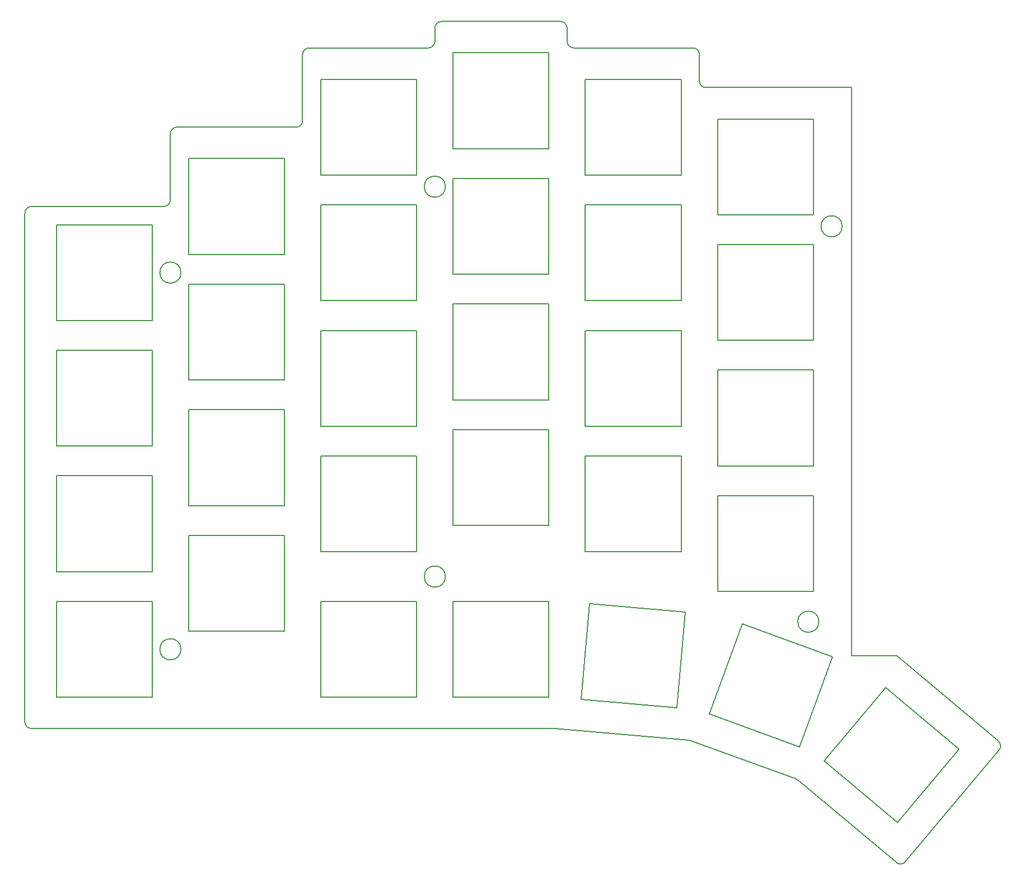
<source format=gbr>
%TF.GenerationSoftware,KiCad,Pcbnew,8.0.4*%
%TF.CreationDate,2024-08-10T13:50:24-06:00*%
%TF.ProjectId,spacer_plate,73706163-6572-45f7-906c-6174652e6b69,0.1*%
%TF.SameCoordinates,Original*%
%TF.FileFunction,Profile,NP*%
%FSLAX46Y46*%
G04 Gerber Fmt 4.6, Leading zero omitted, Abs format (unit mm)*
G04 Created by KiCad (PCBNEW 8.0.4) date 2024-08-10 13:50:24*
%MOMM*%
%LPD*%
G01*
G04 APERTURE LIST*
%TA.AperFunction,Profile*%
%ADD10C,0.150000*%
%TD*%
G04 APERTURE END LIST*
D10*
X29000000Y-132000000D02*
X108002355Y-132000000D01*
X28000000Y-131000000D02*
X28000000Y-54000000D01*
X29000000Y-53000000D02*
X49000000Y-53000000D01*
X51000000Y-41000000D02*
X69000000Y-41000000D01*
X50000000Y-52000000D02*
X50000000Y-42000000D01*
X71000000Y-29000000D02*
X89000000Y-29000000D01*
X70000000Y-40000000D02*
X70000000Y-30000000D01*
X91000000Y-25000000D02*
X109000000Y-25000000D01*
X110000000Y-26000000D02*
X110000000Y-28000000D01*
X90000000Y-28000000D02*
X90000000Y-26000000D01*
X111000000Y-29000000D02*
X129000000Y-29000000D01*
X130000000Y-30000000D02*
X130000000Y-34000000D01*
X131000000Y-35000000D02*
X153000000Y-35000000D01*
X108089511Y-132003805D02*
X128457048Y-133785734D01*
X128711912Y-133842236D02*
X144613458Y-139629925D01*
X159842371Y-121000000D02*
X175189257Y-133877566D01*
X161171186Y-152139376D02*
X175312514Y-135286398D01*
X144914226Y-139803574D02*
X159762354Y-152262633D01*
X29000000Y-132000000D02*
G75*
G02*
X28000000Y-131000000I0J1000000D01*
G01*
X28000000Y-54000000D02*
G75*
G02*
X29000000Y-53000000I1000000J0D01*
G01*
X50000000Y-52000000D02*
G75*
G02*
X49000000Y-53000000I-1000000J0D01*
G01*
X50000000Y-42000000D02*
G75*
G02*
X51000000Y-41000000I1000000J0D01*
G01*
X70000000Y-40000000D02*
G75*
G02*
X69000000Y-41000000I-1000000J0D01*
G01*
X70000000Y-30000000D02*
G75*
G02*
X71000000Y-29000000I1000000J0D01*
G01*
X90000000Y-28000000D02*
G75*
G02*
X89000000Y-29000000I-1000000J0D01*
G01*
X90000000Y-26000000D02*
G75*
G02*
X91000000Y-25000000I1000000J0D01*
G01*
X109000000Y-25000000D02*
G75*
G02*
X110000000Y-26000000I0J-1000000D01*
G01*
X111000000Y-29000000D02*
G75*
G02*
X110000000Y-28000000I0J1000000D01*
G01*
X129000000Y-29000000D02*
G75*
G02*
X130000000Y-30000000I0J-1000000D01*
G01*
X131000000Y-35000000D02*
G75*
G02*
X130000000Y-34000000I0J1000000D01*
G01*
X175189257Y-133877566D02*
G75*
G02*
X175312506Y-135286391I-642757J-766034D01*
G01*
X161171186Y-152139376D02*
G75*
G02*
X159762316Y-152262679I-766086J642776D01*
G01*
X144613458Y-139629925D02*
G75*
G02*
X144914217Y-139803585I-342058J-939675D01*
G01*
X128457048Y-133785734D02*
G75*
G02*
X128711914Y-133842230I-87148J-996266D01*
G01*
X108002355Y-132000000D02*
G75*
G02*
X108089511Y-132003809I-55J-1000400D01*
G01*
X51600000Y-120000000D02*
G75*
G02*
X48400000Y-120000000I-1600000J0D01*
G01*
X48400000Y-120000000D02*
G75*
G02*
X51600000Y-120000000I1600000J0D01*
G01*
X51600000Y-63000000D02*
G75*
G02*
X48400000Y-63000000I-1600000J0D01*
G01*
X48400000Y-63000000D02*
G75*
G02*
X51600000Y-63000000I1600000J0D01*
G01*
X91600000Y-109000000D02*
G75*
G02*
X88400000Y-109000000I-1600000J0D01*
G01*
X88400000Y-109000000D02*
G75*
G02*
X91600000Y-109000000I1600000J0D01*
G01*
X91600000Y-50000000D02*
G75*
G02*
X88400000Y-50000000I-1600000J0D01*
G01*
X88400000Y-50000000D02*
G75*
G02*
X91600000Y-50000000I1600000J0D01*
G01*
X148081999Y-115833930D02*
G75*
G02*
X144881999Y-115833930I-1600000J0D01*
G01*
X144881999Y-115833930D02*
G75*
G02*
X148081999Y-115833930I1600000J0D01*
G01*
X151600000Y-56000000D02*
G75*
G02*
X148400000Y-56000000I-1600000J0D01*
G01*
X148400000Y-56000000D02*
G75*
G02*
X151600000Y-56000000I1600000J0D01*
G01*
X153000000Y-121000000D02*
X159842371Y-121000000D01*
X153000000Y-35000000D02*
X153000000Y-121000000D01*
X32750000Y-127250000D02*
X47250000Y-127250000D01*
X47250000Y-127250000D02*
X47250000Y-112750000D01*
X47250000Y-112750000D02*
X32750000Y-112750000D01*
X32750000Y-112750000D02*
X32750000Y-127250000D01*
X32750000Y-108250000D02*
X47250000Y-108250000D01*
X47250000Y-108250000D02*
X47250000Y-93750000D01*
X47250000Y-93750000D02*
X32750000Y-93750000D01*
X32750000Y-93750000D02*
X32750000Y-108250000D01*
X32750000Y-89250000D02*
X47250000Y-89250000D01*
X47250000Y-89250000D02*
X47250000Y-74750000D01*
X47250000Y-74750000D02*
X32750000Y-74750000D01*
X32750000Y-74750000D02*
X32750000Y-89250000D01*
X32750000Y-70250000D02*
X47250000Y-70250000D01*
X47250000Y-70250000D02*
X47250000Y-55750000D01*
X47250000Y-55750000D02*
X32750000Y-55750000D01*
X32750000Y-55750000D02*
X32750000Y-70250000D01*
X52750000Y-117250000D02*
X67250000Y-117250000D01*
X67250000Y-117250000D02*
X67250000Y-102750000D01*
X67250000Y-102750000D02*
X52750000Y-102750000D01*
X52750000Y-102750000D02*
X52750000Y-117250000D01*
X52750000Y-98250000D02*
X67250000Y-98250000D01*
X67250000Y-98250000D02*
X67250000Y-83750000D01*
X67250000Y-83750000D02*
X52750000Y-83750000D01*
X52750000Y-83750000D02*
X52750000Y-98250000D01*
X52750000Y-79250000D02*
X67250000Y-79250000D01*
X67250000Y-79250000D02*
X67250000Y-64750000D01*
X67250000Y-64750000D02*
X52750000Y-64750000D01*
X52750000Y-64750000D02*
X52750000Y-79250000D01*
X52750000Y-60250000D02*
X67250000Y-60250000D01*
X67250000Y-60250000D02*
X67250000Y-45750000D01*
X67250000Y-45750000D02*
X52750000Y-45750000D01*
X52750000Y-45750000D02*
X52750000Y-60250000D01*
X72750000Y-105250000D02*
X87250000Y-105250000D01*
X87250000Y-105250000D02*
X87250000Y-90750000D01*
X87250000Y-90750000D02*
X72750000Y-90750000D01*
X72750000Y-90750000D02*
X72750000Y-105250000D01*
X72750000Y-86250000D02*
X87250000Y-86250000D01*
X87250000Y-86250000D02*
X87250000Y-71750000D01*
X87250000Y-71750000D02*
X72750000Y-71750000D01*
X72750000Y-71750000D02*
X72750000Y-86250000D01*
X72750000Y-67250000D02*
X87250000Y-67250000D01*
X87250000Y-67250000D02*
X87250000Y-52750000D01*
X87250000Y-52750000D02*
X72750000Y-52750000D01*
X72750000Y-52750000D02*
X72750000Y-67250000D01*
X72750000Y-48250000D02*
X87250000Y-48250000D01*
X87250000Y-48250000D02*
X87250000Y-33750000D01*
X87250000Y-33750000D02*
X72750000Y-33750000D01*
X72750000Y-33750000D02*
X72750000Y-48250000D01*
X92750000Y-101250000D02*
X107250000Y-101250000D01*
X107250000Y-101250000D02*
X107250000Y-86750000D01*
X107250000Y-86750000D02*
X92750000Y-86750000D01*
X92750000Y-86750000D02*
X92750000Y-101250000D01*
X92750000Y-82250000D02*
X107250000Y-82250000D01*
X107250000Y-82250000D02*
X107250000Y-67750000D01*
X107250000Y-67750000D02*
X92750000Y-67750000D01*
X92750000Y-67750000D02*
X92750000Y-82250000D01*
X92750000Y-63250000D02*
X107250000Y-63250000D01*
X107250000Y-63250000D02*
X107250000Y-48750000D01*
X107250000Y-48750000D02*
X92750000Y-48750000D01*
X92750000Y-48750000D02*
X92750000Y-63250000D01*
X92750000Y-44250000D02*
X107250000Y-44250000D01*
X107250000Y-44250000D02*
X107250000Y-29750000D01*
X107250000Y-29750000D02*
X92750000Y-29750000D01*
X92750000Y-29750000D02*
X92750000Y-44250000D01*
X112750000Y-105250000D02*
X127250000Y-105250000D01*
X127250000Y-105250000D02*
X127250000Y-90750000D01*
X127250000Y-90750000D02*
X112750000Y-90750000D01*
X112750000Y-90750000D02*
X112750000Y-105250000D01*
X112750000Y-86250000D02*
X127250000Y-86250000D01*
X127250000Y-86250000D02*
X127250000Y-71750000D01*
X127250000Y-71750000D02*
X112750000Y-71750000D01*
X112750000Y-71750000D02*
X112750000Y-86250000D01*
X112750000Y-67250000D02*
X127250000Y-67250000D01*
X127250000Y-67250000D02*
X127250000Y-52750000D01*
X127250000Y-52750000D02*
X112750000Y-52750000D01*
X112750000Y-52750000D02*
X112750000Y-67250000D01*
X112750000Y-48250000D02*
X127250000Y-48250000D01*
X127250000Y-48250000D02*
X127250000Y-33750000D01*
X127250000Y-33750000D02*
X112750000Y-33750000D01*
X112750000Y-33750000D02*
X112750000Y-48250000D01*
X132750000Y-111250000D02*
X147250000Y-111250000D01*
X147250000Y-111250000D02*
X147250000Y-96750000D01*
X147250000Y-96750000D02*
X132750000Y-96750000D01*
X132750000Y-96750000D02*
X132750000Y-111250000D01*
X132750000Y-92250000D02*
X147250000Y-92250000D01*
X147250000Y-92250000D02*
X147250000Y-77750000D01*
X147250000Y-77750000D02*
X132750000Y-77750000D01*
X132750000Y-77750000D02*
X132750000Y-92250000D01*
X132750000Y-73250000D02*
X147250000Y-73250000D01*
X147250000Y-73250000D02*
X147250000Y-58750000D01*
X147250000Y-58750000D02*
X132750000Y-58750000D01*
X132750000Y-58750000D02*
X132750000Y-73250000D01*
X132750000Y-54250000D02*
X147250000Y-54250000D01*
X147250000Y-54250000D02*
X147250000Y-39750000D01*
X147250000Y-39750000D02*
X132750000Y-39750000D01*
X132750000Y-39750000D02*
X132750000Y-54250000D01*
X72750000Y-127250000D02*
X87250000Y-127250000D01*
X87250000Y-127250000D02*
X87250000Y-112750000D01*
X87250000Y-112750000D02*
X72750000Y-112750000D01*
X72750000Y-112750000D02*
X72750000Y-127250000D01*
X92750000Y-127250000D02*
X107250000Y-127250000D01*
X107250000Y-127250000D02*
X107250000Y-112750000D01*
X107250000Y-112750000D02*
X92750000Y-112750000D01*
X92750000Y-112750000D02*
X92750000Y-127250000D01*
X112145709Y-127590532D02*
X126590532Y-128854291D01*
X126590532Y-128854291D02*
X127854291Y-114409468D01*
X127854291Y-114409468D02*
X113409468Y-113145709D01*
X113409468Y-113145709D02*
X112145709Y-127590532D01*
X131547975Y-129819634D02*
X145173518Y-134778926D01*
X145173518Y-134778926D02*
X150132810Y-121153383D01*
X150132810Y-121153383D02*
X136507267Y-116194091D01*
X136507267Y-116194091D02*
X131547975Y-129819634D01*
X148835284Y-136893048D02*
X159942929Y-146213468D01*
X159942929Y-146213468D02*
X169263349Y-135105824D01*
X169263349Y-135105824D02*
X158155705Y-125785404D01*
X158155705Y-125785404D02*
X148835284Y-136893048D01*
M02*

</source>
